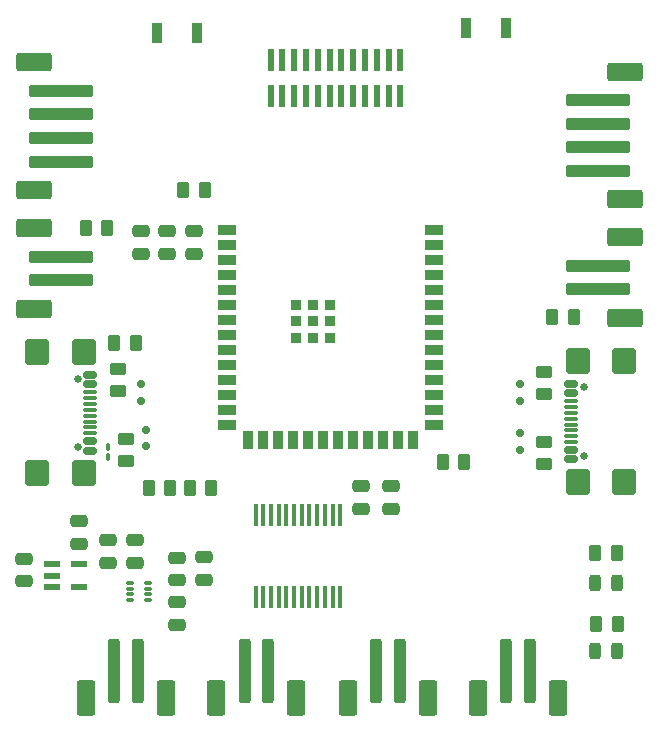
<source format=gbr>
%TF.GenerationSoftware,KiCad,Pcbnew,9.0.5*%
%TF.CreationDate,2025-10-28T16:25:52-07:00*%
%TF.ProjectId,Vine_Basestation_Cable_Reeling,56696e65-5f42-4617-9365-73746174696f,rev?*%
%TF.SameCoordinates,Original*%
%TF.FileFunction,Soldermask,Top*%
%TF.FilePolarity,Negative*%
%FSLAX46Y46*%
G04 Gerber Fmt 4.6, Leading zero omitted, Abs format (unit mm)*
G04 Created by KiCad (PCBNEW 9.0.5) date 2025-10-28 16:25:52*
%MOMM*%
%LPD*%
G01*
G04 APERTURE LIST*
G04 Aperture macros list*
%AMRoundRect*
0 Rectangle with rounded corners*
0 $1 Rounding radius*
0 $2 $3 $4 $5 $6 $7 $8 $9 X,Y pos of 4 corners*
0 Add a 4 corners polygon primitive as box body*
4,1,4,$2,$3,$4,$5,$6,$7,$8,$9,$2,$3,0*
0 Add four circle primitives for the rounded corners*
1,1,$1+$1,$2,$3*
1,1,$1+$1,$4,$5*
1,1,$1+$1,$6,$7*
1,1,$1+$1,$8,$9*
0 Add four rect primitives between the rounded corners*
20,1,$1+$1,$2,$3,$4,$5,0*
20,1,$1+$1,$4,$5,$6,$7,0*
20,1,$1+$1,$6,$7,$8,$9,0*
20,1,$1+$1,$8,$9,$2,$3,0*%
G04 Aperture macros list end*
%ADD10RoundRect,0.150000X-0.200000X0.150000X-0.200000X-0.150000X0.200000X-0.150000X0.200000X0.150000X0*%
%ADD11RoundRect,0.250000X0.475000X-0.250000X0.475000X0.250000X-0.475000X0.250000X-0.475000X-0.250000X0*%
%ADD12RoundRect,0.250000X0.262500X0.450000X-0.262500X0.450000X-0.262500X-0.450000X0.262500X-0.450000X0*%
%ADD13RoundRect,0.250000X0.450000X-0.262500X0.450000X0.262500X-0.450000X0.262500X-0.450000X-0.262500X0*%
%ADD14RoundRect,0.250000X-0.262500X-0.450000X0.262500X-0.450000X0.262500X0.450000X-0.262500X0.450000X0*%
%ADD15R,1.422400X0.558800*%
%ADD16RoundRect,0.250000X-0.450000X0.262500X-0.450000X-0.262500X0.450000X-0.262500X0.450000X0.262500X0*%
%ADD17RoundRect,0.150000X0.200000X-0.150000X0.200000X0.150000X-0.200000X0.150000X-0.200000X-0.150000X0*%
%ADD18RoundRect,0.243750X-0.243750X-0.456250X0.243750X-0.456250X0.243750X0.456250X-0.243750X0.456250X0*%
%ADD19RoundRect,0.250000X0.250000X2.500000X-0.250000X2.500000X-0.250000X-2.500000X0.250000X-2.500000X0*%
%ADD20RoundRect,0.250000X0.550000X1.250000X-0.550000X1.250000X-0.550000X-1.250000X0.550000X-1.250000X0*%
%ADD21R,0.500000X1.850000*%
%ADD22RoundRect,0.100000X0.100000X-0.850000X0.100000X0.850000X-0.100000X0.850000X-0.100000X-0.850000X0*%
%ADD23RoundRect,0.100000X-0.100000X0.217500X-0.100000X-0.217500X0.100000X-0.217500X0.100000X0.217500X0*%
%ADD24C,0.650000*%
%ADD25RoundRect,0.150000X-0.425000X0.150000X-0.425000X-0.150000X0.425000X-0.150000X0.425000X0.150000X0*%
%ADD26RoundRect,0.075000X-0.500000X0.075000X-0.500000X-0.075000X0.500000X-0.075000X0.500000X0.075000X0*%
%ADD27RoundRect,0.250000X-0.750000X0.840000X-0.750000X-0.840000X0.750000X-0.840000X0.750000X0.840000X0*%
%ADD28R,1.498600X0.812800*%
%ADD29R,0.812800X1.498600*%
%ADD30R,0.889000X0.889000*%
%ADD31RoundRect,0.250000X2.500000X-0.250000X2.500000X0.250000X-2.500000X0.250000X-2.500000X-0.250000X0*%
%ADD32RoundRect,0.250000X1.250000X-0.550000X1.250000X0.550000X-1.250000X0.550000X-1.250000X-0.550000X0*%
%ADD33R,0.900000X1.700000*%
%ADD34RoundRect,0.150000X0.425000X-0.150000X0.425000X0.150000X-0.425000X0.150000X-0.425000X-0.150000X0*%
%ADD35RoundRect,0.075000X0.500000X-0.075000X0.500000X0.075000X-0.500000X0.075000X-0.500000X-0.075000X0*%
%ADD36RoundRect,0.250000X0.750000X-0.840000X0.750000X0.840000X-0.750000X0.840000X-0.750000X-0.840000X0*%
%ADD37RoundRect,0.250000X-2.500000X0.250000X-2.500000X-0.250000X2.500000X-0.250000X2.500000X0.250000X0*%
%ADD38RoundRect,0.250000X-1.250000X0.550000X-1.250000X-0.550000X1.250000X-0.550000X1.250000X0.550000X0*%
%ADD39RoundRect,0.250000X-0.475000X0.250000X-0.475000X-0.250000X0.475000X-0.250000X0.475000X0.250000X0*%
%ADD40RoundRect,0.050000X0.285000X0.100000X-0.285000X0.100000X-0.285000X-0.100000X0.285000X-0.100000X0*%
G04 APERTURE END LIST*
D10*
%TO.C,D2*%
X153390000Y-96610000D03*
X153390000Y-98010000D03*
%TD*%
D11*
%TO.C,C12*%
X116000000Y-105950000D03*
X116000000Y-104050000D03*
%TD*%
D12*
%TO.C,R3*%
X157912500Y-86750000D03*
X156087500Y-86750000D03*
%TD*%
D11*
%TO.C,C8*%
X139950000Y-103000000D03*
X139950000Y-101100000D03*
%TD*%
D13*
%TO.C,R9*%
X119325000Y-93022500D03*
X119325000Y-91197500D03*
%TD*%
D14*
%TO.C,R5*%
X125425000Y-101250000D03*
X127250000Y-101250000D03*
%TD*%
D15*
%TO.C,U4*%
X113711200Y-107699998D03*
X113711200Y-108649999D03*
X113711200Y-109600000D03*
X116000000Y-109600000D03*
X116000000Y-107699998D03*
%TD*%
D11*
%TO.C,C10*%
X123500000Y-81400000D03*
X123500000Y-79500000D03*
%TD*%
%TO.C,C5*%
X120750000Y-107550000D03*
X120750000Y-105650000D03*
%TD*%
D16*
%TO.C,R10*%
X120000000Y-97110000D03*
X120000000Y-98935000D03*
%TD*%
D17*
%TO.C,D4*%
X121325000Y-92460000D03*
X121325000Y-93860000D03*
%TD*%
D18*
%TO.C,D7*%
X159750000Y-115000000D03*
X161625000Y-115000000D03*
%TD*%
D11*
%TO.C,C7*%
X125750000Y-81400000D03*
X125750000Y-79500000D03*
%TD*%
D19*
%TO.C,J1*%
X121000000Y-116750000D03*
X119000000Y-116750000D03*
D20*
X123400000Y-119000000D03*
X116600000Y-119000000D03*
%TD*%
D19*
%TO.C,J2*%
X154200000Y-116750000D03*
X152200000Y-116750000D03*
D20*
X156600000Y-119000000D03*
X149800000Y-119000000D03*
%TD*%
D14*
%TO.C,R2*%
X116587500Y-79250000D03*
X118412500Y-79250000D03*
%TD*%
D18*
%TO.C,D6*%
X159750000Y-109250000D03*
X161625000Y-109250000D03*
%TD*%
D21*
%TO.C,J11*%
X132250000Y-65000000D03*
X132250000Y-68050000D03*
X133250000Y-65000000D03*
X133250000Y-68050000D03*
X134250000Y-65000000D03*
X134250000Y-68050000D03*
X135250000Y-65000000D03*
X135250000Y-68050000D03*
X136250000Y-65000000D03*
X136250000Y-68050000D03*
X137250000Y-65000000D03*
X137250000Y-68050000D03*
X138250000Y-65000000D03*
X138250000Y-68050000D03*
X139250000Y-65000000D03*
X139250000Y-68050000D03*
X140250000Y-65000000D03*
X140250000Y-68050000D03*
X141250000Y-65000000D03*
X141250000Y-68050000D03*
X142250000Y-65000000D03*
X142250000Y-68050000D03*
X143250000Y-65000000D03*
X143250000Y-68050000D03*
%TD*%
D12*
%TO.C,R12*%
X148662500Y-99000000D03*
X146837500Y-99000000D03*
%TD*%
D16*
%TO.C,R6*%
X155390000Y-97360000D03*
X155390000Y-99185000D03*
%TD*%
D17*
%TO.C,D1*%
X153390000Y-92460000D03*
X153390000Y-93860000D03*
%TD*%
D14*
%TO.C,R4*%
X121925000Y-101250000D03*
X123750000Y-101250000D03*
%TD*%
D22*
%TO.C,U5*%
X131000000Y-110500000D03*
X131650000Y-110500000D03*
X132300000Y-110500000D03*
X132950000Y-110500000D03*
X133600000Y-110500000D03*
X134250000Y-110500000D03*
X134900000Y-110500000D03*
X135550000Y-110500000D03*
X136200000Y-110500000D03*
X136850000Y-110500000D03*
X137500000Y-110500000D03*
X138150000Y-110500000D03*
X138150000Y-103500000D03*
X137500000Y-103500000D03*
X136850000Y-103500000D03*
X136200000Y-103500000D03*
X135550000Y-103500000D03*
X134900000Y-103500000D03*
X134250000Y-103500000D03*
X133600000Y-103500000D03*
X132950000Y-103500000D03*
X132300000Y-103500000D03*
X131650000Y-103500000D03*
X131000000Y-103500000D03*
%TD*%
D14*
%TO.C,R8*%
X159750000Y-106750000D03*
X161575000Y-106750000D03*
%TD*%
D23*
%TO.C,D5*%
X118500000Y-97775000D03*
X118500000Y-98590000D03*
%TD*%
D24*
%TO.C,J10*%
X115930000Y-91970000D03*
X115930000Y-97750000D03*
D25*
X117005000Y-91660000D03*
X117005000Y-92460000D03*
D26*
X117005000Y-93610000D03*
X117005000Y-94610000D03*
X117005000Y-95110000D03*
X117005000Y-96110000D03*
D25*
X117005000Y-97260000D03*
X117005000Y-98060000D03*
X117005000Y-98060000D03*
X117005000Y-97260000D03*
D26*
X117005000Y-96610000D03*
X117005000Y-95610000D03*
X117005000Y-94110000D03*
X117005000Y-93110000D03*
D25*
X117005000Y-92460000D03*
X117005000Y-91660000D03*
D27*
X116430000Y-89750000D03*
X112500000Y-89750000D03*
X116430000Y-99970000D03*
X112500000Y-99970000D03*
%TD*%
D28*
%TO.C,U1*%
X128600000Y-79380000D03*
X128600000Y-80650000D03*
X128600000Y-81920000D03*
X128600000Y-83190000D03*
X128600000Y-84460000D03*
X128600000Y-85730000D03*
X128600000Y-87000000D03*
X128600000Y-88270000D03*
X128600000Y-89540000D03*
X128600000Y-90810000D03*
X128600000Y-92080000D03*
X128600000Y-93350000D03*
X128600000Y-94620000D03*
X128600000Y-95890000D03*
D29*
X130365000Y-97140000D03*
X131635000Y-97140000D03*
X132905000Y-97140000D03*
X134175000Y-97140000D03*
X135445000Y-97140000D03*
X136715000Y-97140000D03*
X137985000Y-97140000D03*
X139255000Y-97140000D03*
X140525000Y-97140000D03*
X141795000Y-97140000D03*
X143065000Y-97140000D03*
X144335000Y-97140000D03*
D28*
X146100000Y-95890000D03*
X146100000Y-94620000D03*
X146100000Y-93350000D03*
X146100000Y-92080000D03*
X146100000Y-90810000D03*
X146100000Y-89540000D03*
X146100000Y-88270000D03*
X146100000Y-87000000D03*
X146100000Y-85730000D03*
X146100000Y-84460000D03*
X146100000Y-83190000D03*
X146100000Y-81920000D03*
X146100000Y-80650000D03*
X146100000Y-79380000D03*
D30*
X135850000Y-87100000D03*
X134450000Y-85700000D03*
X134450000Y-87100000D03*
X134450000Y-88500000D03*
X135850000Y-88500000D03*
X137250000Y-88500000D03*
X137250000Y-87100000D03*
X137250000Y-85700000D03*
X135850000Y-85700000D03*
%TD*%
D19*
%TO.C,J7*%
X143200000Y-116750000D03*
X141200000Y-116750000D03*
D20*
X145600000Y-119000000D03*
X138800000Y-119000000D03*
%TD*%
D11*
%TO.C,C2*%
X124350000Y-109050000D03*
X124350000Y-107150000D03*
%TD*%
D19*
%TO.C,J6*%
X132050000Y-116750000D03*
X130050000Y-116750000D03*
D20*
X134450000Y-119000000D03*
X127650000Y-119000000D03*
%TD*%
D14*
%TO.C,R11*%
X159837500Y-112750000D03*
X161662500Y-112750000D03*
%TD*%
D31*
%TO.C,J8*%
X114500000Y-73600000D03*
X114500000Y-71600000D03*
X114500000Y-69600000D03*
X114500000Y-67600000D03*
D32*
X112250000Y-76000000D03*
X112250000Y-65200000D03*
%TD*%
D33*
%TO.C,SW1*%
X122600000Y-62750000D03*
X126000000Y-62750000D03*
%TD*%
D24*
%TO.C,J3*%
X158785000Y-98500000D03*
X158785000Y-92720000D03*
D34*
X157710000Y-98810000D03*
X157710000Y-98010000D03*
D35*
X157710000Y-96860000D03*
X157710000Y-95860000D03*
X157710000Y-95360000D03*
X157710000Y-94360000D03*
D34*
X157710000Y-93210000D03*
X157710000Y-92410000D03*
X157710000Y-92410000D03*
X157710000Y-93210000D03*
D35*
X157710000Y-93860000D03*
X157710000Y-94860000D03*
X157710000Y-96360000D03*
X157710000Y-97360000D03*
D34*
X157710000Y-98010000D03*
X157710000Y-98810000D03*
D36*
X158285000Y-100720000D03*
X162215000Y-100720000D03*
X158285000Y-90500000D03*
X162215000Y-90500000D03*
%TD*%
D11*
%TO.C,C15*%
X121250000Y-81400000D03*
X121250000Y-79500000D03*
%TD*%
D13*
%TO.C,R7*%
X155390000Y-93272500D03*
X155390000Y-91447500D03*
%TD*%
D11*
%TO.C,C4*%
X118500000Y-107550000D03*
X118500000Y-105650000D03*
%TD*%
D37*
%TO.C,J9*%
X160000000Y-68400000D03*
X160000000Y-70400000D03*
X160000000Y-72400000D03*
X160000000Y-74400000D03*
D38*
X162250000Y-66000000D03*
X162250000Y-76800000D03*
%TD*%
D33*
%TO.C,SW2*%
X152200000Y-62250000D03*
X148800000Y-62250000D03*
%TD*%
D14*
%TO.C,R1*%
X119000000Y-89000000D03*
X120825000Y-89000000D03*
%TD*%
D11*
%TO.C,C1*%
X126600000Y-109000000D03*
X126600000Y-107100000D03*
%TD*%
D39*
%TO.C,C11*%
X111400000Y-107250000D03*
X111400000Y-109150000D03*
%TD*%
D37*
%TO.C,J5*%
X160000000Y-82400000D03*
X160000000Y-84400000D03*
D38*
X162250000Y-80000000D03*
X162250000Y-86800000D03*
%TD*%
D10*
%TO.C,D3*%
X121750000Y-97700000D03*
X121750000Y-96300000D03*
%TD*%
D39*
%TO.C,C3*%
X124350000Y-110900000D03*
X124350000Y-112800000D03*
%TD*%
D40*
%TO.C,U3*%
X121850000Y-110750000D03*
X121850000Y-110250000D03*
X121850000Y-109750000D03*
X121850000Y-109250000D03*
X120370000Y-109250000D03*
X120370000Y-109750000D03*
X120370000Y-110250000D03*
X120370000Y-110750000D03*
%TD*%
D11*
%TO.C,C9*%
X142450000Y-103000000D03*
X142450000Y-101100000D03*
%TD*%
D31*
%TO.C,J4*%
X114500000Y-83650000D03*
X114500000Y-81650000D03*
D32*
X112250000Y-86050000D03*
X112250000Y-79250000D03*
%TD*%
D14*
%TO.C,R13*%
X124837500Y-76000000D03*
X126662500Y-76000000D03*
%TD*%
M02*

</source>
